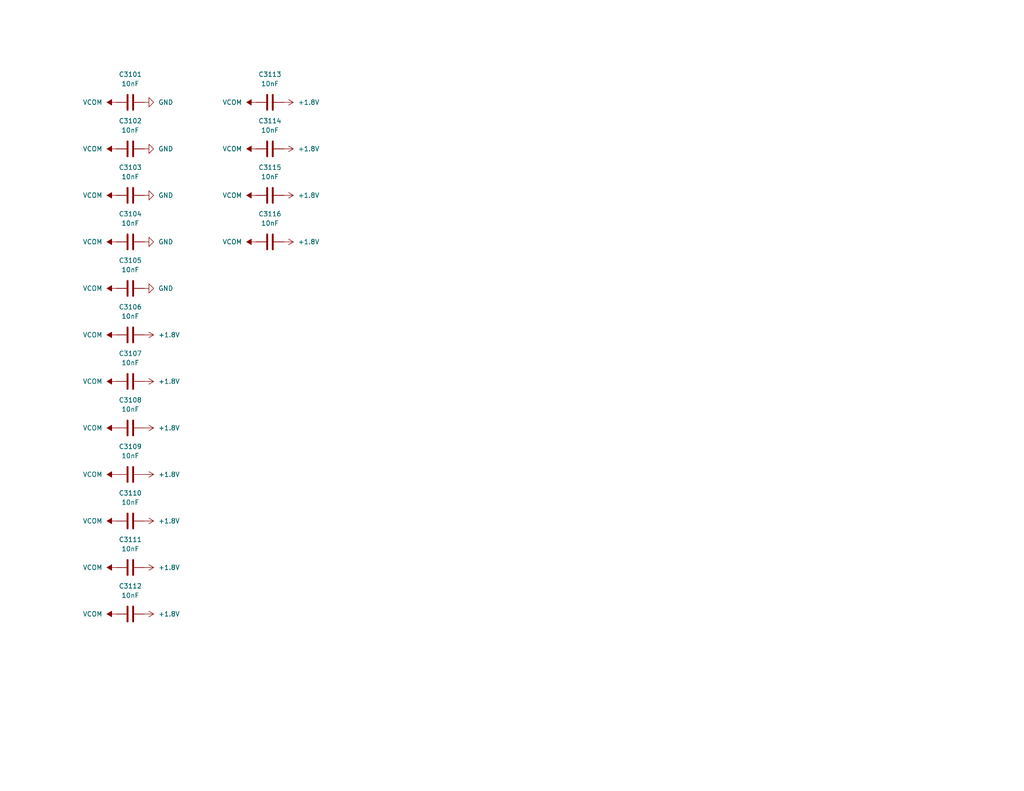
<source format=kicad_sch>
(kicad_sch (version 20231120) (generator "eeschema") (generator_version "8.0")
  (paper "A")
  (title_block (title "Thermal Camera") (date "2024-09-20") (rev "A") (company "Drew Maatman and Michael Laffin"))
  (lib_symbols
    (symbol "Custom Library:+1.8V" (power) (pin_names (offset 0))
      (property "Value" "+1.8V" (at 0 3.556 0))
      (symbol "+1.8V_0_1"
        (polyline (pts (xy -0.762 1.27) (xy 0 2.54)))
        (polyline (pts (xy 0 0) (xy 0 2.54)))
        (polyline (pts (xy 0 2.54) (xy 0.762 1.27)))
      )
      (symbol "+1.8V_1_1"
        (pin power_in line (at 0 0 90) (length 0) hide (name "+1.8V") (number "1"))
      )
    )
    (symbol "Custom_Library:C_Custom" (pin_numbers hide) (pin_names (offset 0.254))
      (property "Reference" "C" (at 0.635 2.54 0))
      (property "Value" "C_Custom" (at 0.635 -2.54 0))
      (property "display_footprint" "Foot" (at -3.81 2.54 0))
      (property "Voltage" "V" (at -3.81 0 0))
      (property "Dielectric" "Er" (at -3.81 -2.54 0))
      (symbol "C_Custom_0_1"
        (polyline (pts (xy -2.032 -0.762) (xy 2.032 -0.762)) (stroke (width 0.508)))
        (polyline (pts (xy -2.032 0.762) (xy 2.032 0.762)) (stroke (width 0.508)))
      )
      (symbol "C_Custom_1_1"
        (pin passive line (at 0 3.81 270) (length 2.794) (name "~") (number "1"))
        (pin passive line (at 0 -3.81 90) (length 2.794) (name "~") (number "2"))
      )
    )
    (symbol "power:GND" (power) (pin_names (offset 0))
      (property "Value" "GND" (at 0 -3.81 0))
      (symbol "GND_0_1"
        (polyline (pts (xy 0 0) (xy 0 -1.27) (xy 1.27 -1.27) (xy 0 -2.54) (xy -1.27 -1.27) (xy 0 -1.27)))
      )
      (symbol "GND_1_1"
        (pin power_in line (at 0 0 270) (length 0) hide (name "GND") (number "1"))
      )
    )
    (symbol "power:VCOM" (power) (pin_names (offset 0))
      (property "Value" "VCOM" (at 0 3.81 0))
      (symbol "VCOM_0_1"
        (polyline (pts (xy 0 0) (xy 0 2.54)))
        (polyline (pts (xy 0.762 1.27) (xy -0.762 1.27) (xy 0 2.54) (xy 0.762 1.27)) (fill (type outline)))
      )
      (symbol "VCOM_1_1"
        (pin power_in line (at 0 0 90) (length 0) hide (name "VCOM") (number "1"))
      )
    )
  )
  (symbol (lib_id "Custom_Library:C_Custom") (at 35.56 53.34 90) (unit 1)
    (property "Reference" "C3103" (at 35.56 45.72 90))
    (property "Value" "10nF" (at 35.56 48.26 90))
    (property "Footprint" "Capacitors_SMD:C_0402" (effects (hide yes)))
    (property "Digi-Key PN" "445-12201-1-ND" (effects (hide yes)))
    (property "display_footprint" "0402" (effects (hide yes)))
    (property "Voltage" "50V" (effects (hide yes)))
    (property "Dielectric" "X5R" (effects (hide yes)))
  )
  (symbol (lib_id "Custom_Library:C_Custom") (at 35.56 129.54 90) (unit 1)
    (property "Reference" "C3109" (at 35.56 121.92 90))
    (property "Value" "10nF" (at 35.56 124.46 90))
    (property "Footprint" "Capacitors_SMD:C_0402" (effects (hide yes)))
    (property "Digi-Key PN" "445-12201-1-ND" (effects (hide yes)))
    (property "display_footprint" "0402" (effects (hide yes)))
    (property "Voltage" "50V" (effects (hide yes)))
    (property "Dielectric" "X5R" (effects (hide yes)))
  )
  (symbol (lib_id "Custom_Library:C_Custom") (at 73.66 27.94 90) (unit 1)
    (property "Reference" "C3113" (at 73.66 20.32 90))
    (property "Value" "10nF" (at 73.66 22.86 90))
    (property "Footprint" "Capacitors_SMD:C_0402" (effects (hide yes)))
    (property "Digi-Key PN" "445-12201-1-ND" (effects (hide yes)))
    (property "display_footprint" "0402" (effects (hide yes)))
    (property "Voltage" "50V" (effects (hide yes)))
    (property "Dielectric" "X5R" (effects (hide yes)))
  )
  (symbol (lib_id "power:VCOM") (at 31.75 66.04 90) (unit 1)
    (property "Reference" "#PWR03107" (effects (hide yes)))
    (property "Value" "VCOM" (at 27.94 66.0399 90) (effects (justify left)))
  )
  (symbol (lib_id "Custom Library:+1.8V") (at 77.47 66.04 270) (unit 1)
    (property "Reference" "#PWR03132" (effects (hide yes)))
    (property "Value" "+1.8V" (at 81.28 66.0399 90) (effects (justify left)))
  )
  (symbol (lib_id "Custom_Library:C_Custom") (at 35.56 40.64 90) (unit 1)
    (property "Reference" "C3102" (at 35.56 33.02 90))
    (property "Value" "10nF" (at 35.56 35.56 90))
    (property "Footprint" "Capacitors_SMD:C_0402" (effects (hide yes)))
    (property "Digi-Key PN" "445-12201-1-ND" (effects (hide yes)))
    (property "display_footprint" "0402" (effects (hide yes)))
    (property "Voltage" "50V" (effects (hide yes)))
    (property "Dielectric" "X5R" (effects (hide yes)))
  )
  (symbol (lib_id "power:GND") (at 39.37 78.74 90) (mirror x) (unit 1)
    (property "Reference" "#PWR03110" (effects (hide yes)))
    (property "Value" "GND" (at 43.18 78.7399 90) (effects (justify right)))
  )
  (symbol (lib_id "Custom_Library:C_Custom") (at 35.56 142.24 90) (unit 1)
    (property "Reference" "C3110" (at 35.56 134.62 90))
    (property "Value" "10nF" (at 35.56 137.16 90))
    (property "Footprint" "Capacitors_SMD:C_0402" (effects (hide yes)))
    (property "Digi-Key PN" "445-12201-1-ND" (effects (hide yes)))
    (property "display_footprint" "0402" (effects (hide yes)))
    (property "Voltage" "50V" (effects (hide yes)))
    (property "Dielectric" "X5R" (effects (hide yes)))
  )
  (symbol (lib_id "Custom_Library:C_Custom") (at 35.56 167.64 90) (unit 1)
    (property "Reference" "C3112" (at 35.56 160.02 90))
    (property "Value" "10nF" (at 35.56 162.56 90))
    (property "Footprint" "Capacitors_SMD:C_0402" (effects (hide yes)))
    (property "Digi-Key PN" "445-12201-1-ND" (effects (hide yes)))
    (property "display_footprint" "0402" (effects (hide yes)))
    (property "Voltage" "50V" (effects (hide yes)))
    (property "Dielectric" "X5R" (effects (hide yes)))
  )
  (symbol (lib_id "Custom_Library:C_Custom") (at 73.66 53.34 90) (unit 1)
    (property "Reference" "C3115" (at 73.66 45.72 90))
    (property "Value" "10nF" (at 73.66 48.26 90))
    (property "Footprint" "Capacitors_SMD:C_0402" (effects (hide yes)))
    (property "Digi-Key PN" "445-12201-1-ND" (effects (hide yes)))
    (property "display_footprint" "0402" (effects (hide yes)))
    (property "Voltage" "50V" (effects (hide yes)))
    (property "Dielectric" "X5R" (effects (hide yes)))
  )
  (symbol (lib_id "power:VCOM") (at 31.75 116.84 90) (unit 1)
    (property "Reference" "#PWR03115" (effects (hide yes)))
    (property "Value" "VCOM" (at 27.94 116.8399 90) (effects (justify left)))
  )
  (symbol (lib_id "power:VCOM") (at 31.75 104.14 90) (unit 1)
    (property "Reference" "#PWR03113" (effects (hide yes)))
    (property "Value" "VCOM" (at 27.94 104.1399 90) (effects (justify left)))
  )
  (symbol (lib_id "power:GND") (at 39.37 40.64 90) (mirror x) (unit 1)
    (property "Reference" "#PWR03104" (effects (hide yes)))
    (property "Value" "GND" (at 43.18 40.6399 90) (effects (justify right)))
  )
  (symbol (lib_id "power:VCOM") (at 31.75 167.64 90) (unit 1)
    (property "Reference" "#PWR03123" (effects (hide yes)))
    (property "Value" "VCOM" (at 27.94 167.6399 90) (effects (justify left)))
  )
  (symbol (lib_id "Custom_Library:C_Custom") (at 35.56 91.44 90) (unit 1)
    (property "Reference" "C3106" (at 35.56 83.82 90))
    (property "Value" "10nF" (at 35.56 86.36 90))
    (property "Footprint" "Capacitors_SMD:C_0402" (effects (hide yes)))
    (property "Digi-Key PN" "445-12201-1-ND" (effects (hide yes)))
    (property "display_footprint" "0402" (effects (hide yes)))
    (property "Voltage" "50V" (effects (hide yes)))
    (property "Dielectric" "X5R" (effects (hide yes)))
  )
  (symbol (lib_id "power:VCOM") (at 69.85 27.94 90) (unit 1)
    (property "Reference" "#PWR03125" (effects (hide yes)))
    (property "Value" "VCOM" (at 66.04 27.9399 90) (effects (justify left)))
  )
  (symbol (lib_id "Custom Library:+1.8V") (at 77.47 40.64 270) (unit 1)
    (property "Reference" "#PWR03130" (effects (hide yes)))
    (property "Value" "+1.8V" (at 81.28 40.6399 90) (effects (justify left)))
  )
  (symbol (lib_id "Custom Library:+1.8V") (at 39.37 116.84 270) (unit 1)
    (property "Reference" "#PWR03116" (effects (hide yes)))
    (property "Value" "+1.8V" (at 43.18 116.8399 90) (effects (justify left)))
  )
  (symbol (lib_id "Custom_Library:C_Custom") (at 35.56 78.74 90) (unit 1)
    (property "Reference" "C3105" (at 35.56 71.12 90))
    (property "Value" "10nF" (at 35.56 73.66 90))
    (property "Footprint" "Capacitors_SMD:C_0402" (effects (hide yes)))
    (property "Digi-Key PN" "445-12201-1-ND" (effects (hide yes)))
    (property "display_footprint" "0402" (effects (hide yes)))
    (property "Voltage" "50V" (effects (hide yes)))
    (property "Dielectric" "X5R" (effects (hide yes)))
  )
  (symbol (lib_id "Custom_Library:C_Custom") (at 35.56 154.94 90) (unit 1)
    (property "Reference" "C3111" (at 35.56 147.32 90))
    (property "Value" "10nF" (at 35.56 149.86 90))
    (property "Footprint" "Capacitors_SMD:C_0402" (effects (hide yes)))
    (property "Digi-Key PN" "445-12201-1-ND" (effects (hide yes)))
    (property "display_footprint" "0402" (effects (hide yes)))
    (property "Voltage" "50V" (effects (hide yes)))
    (property "Dielectric" "X5R" (effects (hide yes)))
  )
  (symbol (lib_id "power:GND") (at 39.37 53.34 90) (mirror x) (unit 1)
    (property "Reference" "#PWR03106" (effects (hide yes)))
    (property "Value" "GND" (at 43.18 53.3399 90) (effects (justify right)))
  )
  (symbol (lib_id "power:VCOM") (at 31.75 53.34 90) (unit 1)
    (property "Reference" "#PWR03105" (effects (hide yes)))
    (property "Value" "VCOM" (at 27.94 53.3399 90) (effects (justify left)))
  )
  (symbol (lib_id "Custom Library:+1.8V") (at 39.37 104.14 270) (unit 1)
    (property "Reference" "#PWR03114" (effects (hide yes)))
    (property "Value" "+1.8V" (at 43.18 104.1399 90) (effects (justify left)))
  )
  (symbol (lib_id "power:VCOM") (at 31.75 40.64 90) (unit 1)
    (property "Reference" "#PWR03103" (effects (hide yes)))
    (property "Value" "VCOM" (at 27.94 40.6399 90) (effects (justify left)))
  )
  (symbol (lib_id "power:VCOM") (at 69.85 40.64 90) (unit 1)
    (property "Reference" "#PWR03126" (effects (hide yes)))
    (property "Value" "VCOM" (at 66.04 40.6399 90) (effects (justify left)))
  )
  (symbol (lib_id "Custom_Library:C_Custom") (at 73.66 66.04 90) (unit 1)
    (property "Reference" "C3116" (at 73.66 58.42 90))
    (property "Value" "10nF" (at 73.66 60.96 90))
    (property "Footprint" "Capacitors_SMD:C_0402" (effects (hide yes)))
    (property "Digi-Key PN" "445-12201-1-ND" (effects (hide yes)))
    (property "display_footprint" "0402" (effects (hide yes)))
    (property "Voltage" "50V" (effects (hide yes)))
    (property "Dielectric" "X5R" (effects (hide yes)))
  )
  (symbol (lib_id "power:VCOM") (at 31.75 142.24 90) (unit 1)
    (property "Reference" "#PWR03119" (effects (hide yes)))
    (property "Value" "VCOM" (at 27.94 142.2399 90) (effects (justify left)))
  )
  (symbol (lib_id "power:GND") (at 39.37 27.94 90) (mirror x) (unit 1)
    (property "Reference" "#PWR03102" (effects (hide yes)))
    (property "Value" "GND" (at 43.18 27.9399 90) (effects (justify right)))
  )
  (symbol (lib_id "power:VCOM") (at 69.85 66.04 90) (unit 1)
    (property "Reference" "#PWR03128" (effects (hide yes)))
    (property "Value" "VCOM" (at 66.04 66.0399 90) (effects (justify left)))
  )
  (symbol (lib_id "Custom Library:+1.8V") (at 77.47 53.34 270) (unit 1)
    (property "Reference" "#PWR03131" (effects (hide yes)))
    (property "Value" "+1.8V" (at 81.28 53.3399 90) (effects (justify left)))
  )
  (symbol (lib_id "Custom_Library:C_Custom") (at 35.56 27.94 90) (unit 1)
    (property "Reference" "C3101" (at 35.56 20.32 90))
    (property "Value" "10nF" (at 35.56 22.86 90))
    (property "Footprint" "Capacitors_SMD:C_0402" (effects (hide yes)))
    (property "Digi-Key PN" "445-12201-1-ND" (effects (hide yes)))
    (property "display_footprint" "0402" (effects (hide yes)))
    (property "Voltage" "50V" (effects (hide yes)))
    (property "Dielectric" "X5R" (effects (hide yes)))
  )
  (symbol (lib_id "Custom_Library:C_Custom") (at 35.56 104.14 90) (unit 1)
    (property "Reference" "C3107" (at 35.56 96.52 90))
    (property "Value" "10nF" (at 35.56 99.06 90))
    (property "Footprint" "Capacitors_SMD:C_0402" (effects (hide yes)))
    (property "Digi-Key PN" "445-12201-1-ND" (effects (hide yes)))
    (property "display_footprint" "0402" (effects (hide yes)))
    (property "Voltage" "50V" (effects (hide yes)))
    (property "Dielectric" "X5R" (effects (hide yes)))
  )
  (symbol (lib_id "power:VCOM") (at 31.75 78.74 90) (unit 1)
    (property "Reference" "#PWR03109" (effects (hide yes)))
    (property "Value" "VCOM" (at 27.94 78.7399 90) (effects (justify left)))
  )
  (symbol (lib_id "Custom_Library:C_Custom") (at 35.56 116.84 90) (unit 1)
    (property "Reference" "C3108" (at 35.56 109.22 90))
    (property "Value" "10nF" (at 35.56 111.76 90))
    (property "Footprint" "Capacitors_SMD:C_0402" (effects (hide yes)))
    (property "Digi-Key PN" "445-12201-1-ND" (effects (hide yes)))
    (property "display_footprint" "0402" (effects (hide yes)))
    (property "Voltage" "50V" (effects (hide yes)))
    (property "Dielectric" "X5R" (effects (hide yes)))
  )
  (symbol (lib_id "Custom Library:+1.8V") (at 77.47 27.94 270) (unit 1)
    (property "Reference" "#PWR03129" (effects (hide yes)))
    (property "Value" "+1.8V" (at 81.28 27.9399 90) (effects (justify left)))
  )
  (symbol (lib_id "Custom_Library:C_Custom") (at 73.66 40.64 90) (unit 1)
    (property "Reference" "C3114" (at 73.66 33.02 90))
    (property "Value" "10nF" (at 73.66 35.56 90))
    (property "Footprint" "Capacitors_SMD:C_0402" (effects (hide yes)))
    (property "Digi-Key PN" "445-12201-1-ND" (effects (hide yes)))
    (property "display_footprint" "0402" (effects (hide yes)))
    (property "Voltage" "50V" (effects (hide yes)))
    (property "Dielectric" "X5R" (effects (hide yes)))
  )
  (symbol (lib_id "Custom Library:+1.8V") (at 39.37 91.44 270) (unit 1)
    (property "Reference" "#PWR03112" (effects (hide yes)))
    (property "Value" "+1.8V" (at 43.18 91.4399 90) (effects (justify left)))
  )
  (symbol (lib_id "power:VCOM") (at 31.75 27.94 90) (unit 1)
    (property "Reference" "#PWR03101" (effects (hide yes)))
    (property "Value" "VCOM" (at 27.94 27.9399 90) (effects (justify left)))
  )
  (symbol (lib_id "power:VCOM") (at 31.75 91.44 90) (unit 1)
    (property "Reference" "#PWR03111" (effects (hide yes)))
    (property "Value" "VCOM" (at 27.94 91.4399 90) (effects (justify left)))
  )
  (symbol (lib_id "power:VCOM") (at 31.75 129.54 90) (unit 1)
    (property "Reference" "#PWR03117" (effects (hide yes)))
    (property "Value" "VCOM" (at 27.94 129.5399 90) (effects (justify left)))
  )
  (symbol (lib_id "power:VCOM") (at 69.85 53.34 90) (unit 1)
    (property "Reference" "#PWR03127" (effects (hide yes)))
    (property "Value" "VCOM" (at 66.04 53.3399 90) (effects (justify left)))
  )
  (symbol (lib_id "power:VCOM") (at 31.75 154.94 90) (unit 1)
    (property "Reference" "#PWR03121" (effects (hide yes)))
    (property "Value" "VCOM" (at 27.94 154.9399 90) (effects (justify left)))
  )
  (symbol (lib_id "Custom_Library:C_Custom") (at 35.56 66.04 90) (unit 1)
    (property "Reference" "C3104" (at 35.56 58.42 90))
    (property "Value" "10nF" (at 35.56 60.96 90))
    (property "Footprint" "Capacitors_SMD:C_0402" (effects (hide yes)))
    (property "Digi-Key PN" "445-12201-1-ND" (effects (hide yes)))
    (property "display_footprint" "0402" (effects (hide yes)))
    (property "Voltage" "50V" (effects (hide yes)))
    (property "Dielectric" "X5R" (effects (hide yes)))
  )
  (symbol (lib_id "power:GND") (at 39.37 66.04 90) (mirror x) (unit 1)
    (property "Reference" "#PWR03108" (effects (hide yes)))
    (property "Value" "GND" (at 43.18 66.0399 90) (effects (justify right)))
  )
  (symbol (lib_id "Custom Library:+1.8V") (at 39.37 154.94 270) (unit 1)
    (property "Reference" "#PWR03122" (effects (hide yes)))
    (property "Value" "+1.8V" (at 43.18 154.9399 90) (effects (justify left)))
  )
  (symbol (lib_id "Custom Library:+1.8V") (at 39.37 142.24 270) (unit 1)
    (property "Reference" "#PWR03120" (effects (hide yes)))
    (property "Value" "+1.8V" (at 43.18 142.2399 90) (effects (justify left)))
  )
  (symbol (lib_id "Custom Library:+1.8V") (at 39.37 167.64 270) (unit 1)
    (property "Reference" "#PWR03124" (effects (hide yes)))
    (property "Value" "+1.8V" (at 43.18 167.6399 90) (effects (justify left)))
  )
  (symbol (lib_id "Custom Library:+1.8V") (at 39.37 129.54 270) (unit 1)
    (property "Reference" "#PWR03118" (effects (hide yes)))
    (property "Value" "+1.8V" (at 43.18 129.5399 90) (effects (justify left)))
  )
)
</source>
